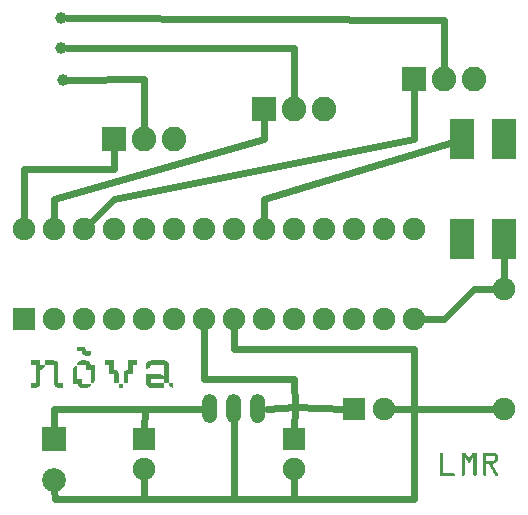
<source format=gtl>
G04 MADE WITH FRITZING*
G04 WWW.FRITZING.ORG*
G04 DOUBLE SIDED*
G04 HOLES PLATED*
G04 CONTOUR ON CENTER OF CONTOUR VECTOR*
%ASAXBY*%
%FSLAX23Y23*%
%MOIN*%
%OFA0B0*%
%SFA1.0B1.0*%
%ADD10C,0.075000*%
%ADD11C,0.039370*%
%ADD12C,0.042822*%
%ADD13C,0.079370*%
%ADD14C,0.082000*%
%ADD15R,0.014860X0.014860*%
%ADD16R,0.075000X0.075000*%
%ADD17R,0.079370X0.079370*%
%ADD18R,0.082000X0.082000*%
%ADD19R,0.078740X0.137795*%
%ADD20C,0.024000*%
%ADD21R,0.001000X0.001000*%
%LNCOPPER1*%
G90*
G70*
G54D10*
X1682Y774D03*
X1682Y374D03*
G54D11*
X211Y1471D03*
X206Y1577D03*
X206Y1677D03*
G54D12*
X702Y374D03*
X782Y374D03*
X862Y374D03*
G54D10*
X482Y274D03*
X482Y174D03*
X1182Y374D03*
X1282Y374D03*
X982Y274D03*
X982Y174D03*
G54D13*
X182Y274D03*
X182Y137D03*
G54D10*
X82Y674D03*
X82Y974D03*
X182Y674D03*
X182Y974D03*
X282Y674D03*
X282Y974D03*
X382Y674D03*
X382Y974D03*
X482Y674D03*
X482Y974D03*
X582Y674D03*
X582Y974D03*
X682Y674D03*
X682Y974D03*
X782Y674D03*
X782Y974D03*
X882Y674D03*
X882Y974D03*
X982Y674D03*
X982Y974D03*
X1082Y674D03*
X1082Y974D03*
X1182Y674D03*
X1182Y974D03*
X1282Y674D03*
X1282Y974D03*
X1382Y674D03*
X1382Y974D03*
G54D14*
X1382Y1474D03*
X1482Y1474D03*
X1582Y1474D03*
X882Y1374D03*
X982Y1374D03*
X1082Y1374D03*
X382Y1274D03*
X482Y1274D03*
X582Y1274D03*
G54D15*
X405Y451D03*
G54D16*
X482Y274D03*
X1182Y374D03*
X982Y274D03*
G54D17*
X182Y274D03*
G54D16*
X82Y674D03*
G54D18*
X1382Y1474D03*
X882Y1374D03*
X382Y1274D03*
G54D19*
X1682Y1274D03*
X1544Y1274D03*
X1544Y940D03*
X1682Y940D03*
G54D20*
X485Y374D02*
X182Y374D01*
D02*
X182Y374D02*
X182Y305D01*
D02*
X673Y374D02*
X485Y374D01*
D02*
X485Y374D02*
X483Y303D01*
D02*
X383Y1074D02*
X1384Y1274D01*
D02*
X183Y1074D02*
X883Y1274D01*
D02*
X83Y1174D02*
X383Y1174D01*
D02*
X383Y1174D02*
X383Y1242D01*
D02*
X883Y1274D02*
X883Y1342D01*
D02*
X1384Y1274D02*
X1384Y1374D01*
D02*
X1384Y1374D02*
X1383Y1442D01*
D02*
X303Y994D02*
X383Y1074D01*
D02*
X182Y1003D02*
X183Y1074D01*
D02*
X82Y1003D02*
X83Y1174D01*
D02*
X883Y1074D02*
X883Y1003D01*
D02*
X1511Y1264D02*
X883Y1074D01*
D02*
X1484Y674D02*
X1411Y674D01*
D02*
X1584Y774D02*
X1484Y674D01*
D02*
X1654Y774D02*
X1584Y774D01*
D02*
X1384Y374D02*
X1654Y374D01*
D02*
X1682Y876D02*
X1682Y803D01*
D02*
X986Y380D02*
X1154Y375D01*
D02*
X1384Y374D02*
X1311Y374D01*
D02*
X1384Y574D02*
X1384Y374D01*
D02*
X986Y380D02*
X984Y476D01*
D02*
X683Y474D02*
X682Y646D01*
D02*
X984Y476D02*
X683Y474D01*
D02*
X481Y1476D02*
X482Y1306D01*
D02*
X230Y1471D02*
X481Y1476D01*
D02*
X1481Y1672D02*
X1482Y1506D01*
D02*
X225Y1677D02*
X1481Y1672D01*
D02*
X984Y1577D02*
X982Y1406D01*
D02*
X225Y1577D02*
X984Y1577D01*
D02*
X783Y74D02*
X782Y345D01*
D02*
X481Y74D02*
X783Y74D01*
D02*
X783Y574D02*
X783Y646D01*
D02*
X1384Y574D02*
X783Y574D01*
D02*
X1384Y74D02*
X1384Y574D01*
D02*
X984Y74D02*
X1384Y74D01*
D02*
X481Y74D02*
X481Y74D01*
D02*
X783Y74D02*
X783Y74D01*
D02*
X783Y74D02*
X984Y74D01*
D02*
X481Y74D02*
X783Y74D01*
D02*
X481Y74D02*
X481Y74D01*
D02*
X185Y74D02*
X481Y74D01*
D02*
X183Y106D02*
X185Y74D01*
D02*
X984Y74D02*
X983Y146D01*
D02*
X986Y380D02*
X892Y376D01*
D02*
X983Y303D02*
X986Y380D01*
D02*
X481Y74D02*
X482Y146D01*
G54D21*
X260Y582D02*
X278Y582D01*
X260Y581D02*
X281Y581D01*
X260Y580D02*
X282Y580D01*
X260Y579D02*
X284Y579D01*
X260Y578D02*
X285Y578D01*
X260Y577D02*
X286Y577D01*
X260Y576D02*
X286Y576D01*
X260Y575D02*
X287Y575D01*
X260Y574D02*
X287Y574D01*
X260Y573D02*
X288Y573D01*
X260Y572D02*
X288Y572D01*
X260Y571D02*
X289Y571D01*
X260Y570D02*
X289Y570D01*
X260Y569D02*
X289Y569D01*
X260Y568D02*
X289Y568D01*
X260Y567D02*
X304Y567D01*
X275Y566D02*
X304Y566D01*
X275Y565D02*
X304Y565D01*
X275Y564D02*
X304Y564D01*
X276Y563D02*
X304Y563D01*
X276Y562D02*
X304Y562D01*
X276Y561D02*
X304Y561D01*
X277Y560D02*
X304Y560D01*
X277Y559D02*
X304Y559D01*
X278Y558D02*
X304Y558D01*
X279Y557D02*
X304Y557D01*
X280Y556D02*
X304Y556D01*
X281Y555D02*
X304Y555D01*
X283Y554D02*
X304Y554D01*
X287Y553D02*
X303Y553D01*
X107Y536D02*
X136Y536D01*
X153Y536D02*
X183Y536D01*
X274Y536D02*
X290Y536D01*
X354Y536D02*
X383Y536D01*
X430Y536D02*
X459Y536D01*
X505Y536D02*
X552Y536D01*
X107Y535D02*
X136Y535D01*
X152Y535D02*
X187Y535D01*
X270Y535D02*
X294Y535D01*
X353Y535D02*
X383Y535D01*
X430Y535D02*
X459Y535D01*
X500Y535D02*
X556Y535D01*
X107Y534D02*
X136Y534D01*
X152Y534D02*
X189Y534D01*
X268Y534D02*
X296Y534D01*
X353Y534D02*
X383Y534D01*
X430Y534D02*
X459Y534D01*
X499Y534D02*
X558Y534D01*
X107Y533D02*
X136Y533D01*
X152Y533D02*
X191Y533D01*
X266Y533D02*
X298Y533D01*
X353Y533D02*
X383Y533D01*
X430Y533D02*
X459Y533D01*
X497Y533D02*
X560Y533D01*
X107Y532D02*
X136Y532D01*
X152Y532D02*
X192Y532D01*
X265Y532D02*
X299Y532D01*
X353Y532D02*
X383Y532D01*
X430Y532D02*
X459Y532D01*
X496Y532D02*
X561Y532D01*
X107Y531D02*
X136Y531D01*
X152Y531D02*
X193Y531D01*
X264Y531D02*
X300Y531D01*
X353Y531D02*
X383Y531D01*
X430Y531D02*
X459Y531D01*
X495Y531D02*
X562Y531D01*
X107Y530D02*
X136Y530D01*
X152Y530D02*
X194Y530D01*
X263Y530D02*
X301Y530D01*
X353Y530D02*
X383Y530D01*
X430Y530D02*
X459Y530D01*
X494Y530D02*
X562Y530D01*
X107Y529D02*
X136Y529D01*
X152Y529D02*
X195Y529D01*
X263Y529D02*
X301Y529D01*
X353Y529D02*
X383Y529D01*
X430Y529D02*
X459Y529D01*
X493Y529D02*
X563Y529D01*
X107Y528D02*
X136Y528D01*
X152Y528D02*
X195Y528D01*
X262Y528D02*
X302Y528D01*
X353Y528D02*
X383Y528D01*
X430Y528D02*
X459Y528D01*
X492Y528D02*
X564Y528D01*
X107Y527D02*
X136Y527D01*
X152Y527D02*
X196Y527D01*
X262Y527D02*
X303Y527D01*
X353Y527D02*
X383Y527D01*
X430Y527D02*
X459Y527D01*
X492Y527D02*
X564Y527D01*
X107Y526D02*
X136Y526D01*
X152Y526D02*
X196Y526D01*
X261Y526D02*
X303Y526D01*
X353Y526D02*
X383Y526D01*
X430Y526D02*
X459Y526D01*
X491Y526D02*
X564Y526D01*
X107Y525D02*
X136Y525D01*
X152Y525D02*
X196Y525D01*
X261Y525D02*
X303Y525D01*
X353Y525D02*
X383Y525D01*
X430Y525D02*
X459Y525D01*
X491Y525D02*
X565Y525D01*
X107Y524D02*
X136Y524D01*
X152Y524D02*
X197Y524D01*
X261Y524D02*
X304Y524D01*
X353Y524D02*
X383Y524D01*
X430Y524D02*
X459Y524D01*
X491Y524D02*
X565Y524D01*
X107Y523D02*
X136Y523D01*
X152Y523D02*
X197Y523D01*
X260Y523D02*
X304Y523D01*
X353Y523D02*
X383Y523D01*
X430Y523D02*
X459Y523D01*
X490Y523D02*
X565Y523D01*
X107Y522D02*
X136Y522D01*
X152Y522D02*
X197Y522D01*
X260Y522D02*
X304Y522D01*
X353Y522D02*
X383Y522D01*
X430Y522D02*
X459Y522D01*
X490Y522D02*
X565Y522D01*
X121Y521D02*
X151Y521D01*
X184Y521D02*
X197Y521D01*
X291Y521D02*
X319Y521D01*
X368Y521D02*
X383Y521D01*
X430Y521D02*
X445Y521D01*
X490Y521D02*
X504Y521D01*
X550Y521D02*
X565Y521D01*
X122Y520D02*
X151Y520D01*
X184Y520D02*
X197Y520D01*
X291Y520D02*
X319Y520D01*
X368Y520D02*
X383Y520D01*
X430Y520D02*
X444Y520D01*
X490Y520D02*
X504Y520D01*
X550Y520D02*
X565Y520D01*
X122Y519D02*
X151Y519D01*
X184Y519D02*
X197Y519D01*
X259Y519D02*
X260Y519D01*
X291Y519D02*
X319Y519D01*
X368Y519D02*
X383Y519D01*
X430Y519D02*
X444Y519D01*
X490Y519D02*
X504Y519D01*
X550Y519D02*
X565Y519D01*
X122Y518D02*
X151Y518D01*
X184Y518D02*
X197Y518D01*
X255Y518D02*
X260Y518D01*
X291Y518D02*
X319Y518D01*
X368Y518D02*
X383Y518D01*
X430Y518D02*
X444Y518D01*
X490Y518D02*
X503Y518D01*
X550Y518D02*
X565Y518D01*
X122Y517D02*
X151Y517D01*
X184Y517D02*
X197Y517D01*
X254Y517D02*
X260Y517D01*
X291Y517D02*
X319Y517D01*
X368Y517D02*
X383Y517D01*
X430Y517D02*
X444Y517D01*
X490Y517D02*
X503Y517D01*
X550Y517D02*
X565Y517D01*
X122Y516D02*
X151Y516D01*
X184Y516D02*
X197Y516D01*
X252Y516D02*
X260Y516D01*
X291Y516D02*
X319Y516D01*
X368Y516D02*
X383Y516D01*
X430Y516D02*
X444Y516D01*
X490Y516D02*
X503Y516D01*
X550Y516D02*
X565Y516D01*
X122Y515D02*
X151Y515D01*
X184Y515D02*
X197Y515D01*
X251Y515D02*
X260Y515D01*
X291Y515D02*
X319Y515D01*
X368Y515D02*
X383Y515D01*
X430Y515D02*
X444Y515D01*
X490Y515D02*
X502Y515D01*
X550Y515D02*
X565Y515D01*
X122Y514D02*
X150Y514D01*
X184Y514D02*
X197Y514D01*
X250Y514D02*
X260Y514D01*
X291Y514D02*
X319Y514D01*
X368Y514D02*
X383Y514D01*
X430Y514D02*
X444Y514D01*
X490Y514D02*
X502Y514D01*
X550Y514D02*
X565Y514D01*
X122Y513D02*
X150Y513D01*
X184Y513D02*
X197Y513D01*
X249Y513D02*
X260Y513D01*
X291Y513D02*
X319Y513D01*
X368Y513D02*
X383Y513D01*
X430Y513D02*
X444Y513D01*
X490Y513D02*
X501Y513D01*
X550Y513D02*
X565Y513D01*
X122Y512D02*
X149Y512D01*
X184Y512D02*
X197Y512D01*
X249Y512D02*
X260Y512D01*
X291Y512D02*
X319Y512D01*
X368Y512D02*
X383Y512D01*
X430Y512D02*
X444Y512D01*
X490Y512D02*
X500Y512D01*
X550Y512D02*
X565Y512D01*
X122Y511D02*
X148Y511D01*
X184Y511D02*
X197Y511D01*
X248Y511D02*
X260Y511D01*
X291Y511D02*
X319Y511D01*
X368Y511D02*
X383Y511D01*
X430Y511D02*
X444Y511D01*
X490Y511D02*
X499Y511D01*
X550Y511D02*
X565Y511D01*
X122Y510D02*
X148Y510D01*
X184Y510D02*
X197Y510D01*
X248Y510D02*
X260Y510D01*
X291Y510D02*
X319Y510D01*
X368Y510D02*
X383Y510D01*
X430Y510D02*
X444Y510D01*
X490Y510D02*
X498Y510D01*
X550Y510D02*
X565Y510D01*
X122Y509D02*
X146Y509D01*
X184Y509D02*
X197Y509D01*
X247Y509D02*
X260Y509D01*
X291Y509D02*
X319Y509D01*
X368Y509D02*
X383Y509D01*
X430Y509D02*
X444Y509D01*
X490Y509D02*
X497Y509D01*
X550Y509D02*
X565Y509D01*
X122Y508D02*
X145Y508D01*
X184Y508D02*
X197Y508D01*
X247Y508D02*
X260Y508D01*
X291Y508D02*
X319Y508D01*
X368Y508D02*
X383Y508D01*
X430Y508D02*
X444Y508D01*
X490Y508D02*
X495Y508D01*
X550Y508D02*
X565Y508D01*
X122Y507D02*
X143Y507D01*
X184Y507D02*
X197Y507D01*
X247Y507D02*
X260Y507D01*
X291Y507D02*
X319Y507D01*
X368Y507D02*
X383Y507D01*
X430Y507D02*
X444Y507D01*
X490Y507D02*
X493Y507D01*
X550Y507D02*
X565Y507D01*
X122Y506D02*
X141Y506D01*
X184Y506D02*
X197Y506D01*
X247Y506D02*
X260Y506D01*
X291Y506D02*
X319Y506D01*
X368Y506D02*
X383Y506D01*
X430Y506D02*
X444Y506D01*
X550Y506D02*
X565Y506D01*
X122Y505D02*
X136Y505D01*
X184Y505D02*
X197Y505D01*
X246Y505D02*
X260Y505D01*
X306Y505D02*
X319Y505D01*
X368Y505D02*
X386Y505D01*
X426Y505D02*
X444Y505D01*
X550Y505D02*
X565Y505D01*
X122Y504D02*
X136Y504D01*
X184Y504D02*
X197Y504D01*
X246Y504D02*
X260Y504D01*
X306Y504D02*
X319Y504D01*
X368Y504D02*
X389Y504D01*
X424Y504D02*
X444Y504D01*
X550Y504D02*
X565Y504D01*
X122Y503D02*
X136Y503D01*
X184Y503D02*
X197Y503D01*
X246Y503D02*
X260Y503D01*
X306Y503D02*
X319Y503D01*
X368Y503D02*
X391Y503D01*
X422Y503D02*
X444Y503D01*
X550Y503D02*
X565Y503D01*
X122Y502D02*
X136Y502D01*
X184Y502D02*
X197Y502D01*
X246Y502D02*
X260Y502D01*
X306Y502D02*
X319Y502D01*
X368Y502D02*
X392Y502D01*
X420Y502D02*
X444Y502D01*
X550Y502D02*
X565Y502D01*
X122Y501D02*
X136Y501D01*
X184Y501D02*
X197Y501D01*
X246Y501D02*
X260Y501D01*
X306Y501D02*
X319Y501D01*
X368Y501D02*
X393Y501D01*
X419Y501D02*
X444Y501D01*
X550Y501D02*
X565Y501D01*
X122Y500D02*
X136Y500D01*
X184Y500D02*
X197Y500D01*
X246Y500D02*
X260Y500D01*
X306Y500D02*
X319Y500D01*
X368Y500D02*
X394Y500D01*
X418Y500D02*
X444Y500D01*
X550Y500D02*
X565Y500D01*
X122Y499D02*
X136Y499D01*
X184Y499D02*
X197Y499D01*
X246Y499D02*
X260Y499D01*
X306Y499D02*
X319Y499D01*
X368Y499D02*
X395Y499D01*
X418Y499D02*
X444Y499D01*
X550Y499D02*
X565Y499D01*
X122Y498D02*
X136Y498D01*
X184Y498D02*
X197Y498D01*
X246Y498D02*
X260Y498D01*
X306Y498D02*
X319Y498D01*
X368Y498D02*
X396Y498D01*
X417Y498D02*
X444Y498D01*
X550Y498D02*
X565Y498D01*
X122Y497D02*
X136Y497D01*
X184Y497D02*
X197Y497D01*
X246Y497D02*
X260Y497D01*
X306Y497D02*
X319Y497D01*
X368Y497D02*
X396Y497D01*
X416Y497D02*
X444Y497D01*
X550Y497D02*
X565Y497D01*
X122Y496D02*
X136Y496D01*
X184Y496D02*
X197Y496D01*
X246Y496D02*
X260Y496D01*
X306Y496D02*
X319Y496D01*
X368Y496D02*
X397Y496D01*
X416Y496D02*
X444Y496D01*
X550Y496D02*
X565Y496D01*
X122Y495D02*
X136Y495D01*
X184Y495D02*
X197Y495D01*
X246Y495D02*
X260Y495D01*
X306Y495D02*
X319Y495D01*
X368Y495D02*
X397Y495D01*
X416Y495D02*
X444Y495D01*
X550Y495D02*
X565Y495D01*
X122Y494D02*
X136Y494D01*
X184Y494D02*
X197Y494D01*
X246Y494D02*
X260Y494D01*
X306Y494D02*
X319Y494D01*
X368Y494D02*
X397Y494D01*
X415Y494D02*
X444Y494D01*
X550Y494D02*
X565Y494D01*
X122Y493D02*
X136Y493D01*
X184Y493D02*
X197Y493D01*
X246Y493D02*
X260Y493D01*
X306Y493D02*
X319Y493D01*
X368Y493D02*
X398Y493D01*
X415Y493D02*
X444Y493D01*
X550Y493D02*
X565Y493D01*
X122Y492D02*
X136Y492D01*
X184Y492D02*
X197Y492D01*
X246Y492D02*
X260Y492D01*
X306Y492D02*
X319Y492D01*
X368Y492D02*
X398Y492D01*
X415Y492D02*
X444Y492D01*
X550Y492D02*
X565Y492D01*
X122Y491D02*
X136Y491D01*
X184Y491D02*
X197Y491D01*
X246Y491D02*
X260Y491D01*
X306Y491D02*
X319Y491D01*
X368Y491D02*
X398Y491D01*
X415Y491D02*
X443Y491D01*
X550Y491D02*
X565Y491D01*
X122Y490D02*
X136Y490D01*
X184Y490D02*
X197Y490D01*
X246Y490D02*
X260Y490D01*
X306Y490D02*
X319Y490D01*
X383Y490D02*
X398Y490D01*
X415Y490D02*
X429Y490D01*
X550Y490D02*
X565Y490D01*
X122Y489D02*
X136Y489D01*
X184Y489D02*
X197Y489D01*
X246Y489D02*
X260Y489D01*
X306Y489D02*
X319Y489D01*
X383Y489D02*
X398Y489D01*
X415Y489D02*
X429Y489D01*
X491Y489D02*
X539Y489D01*
X550Y489D02*
X565Y489D01*
X122Y488D02*
X136Y488D01*
X184Y488D02*
X197Y488D01*
X246Y488D02*
X260Y488D01*
X306Y488D02*
X319Y488D01*
X383Y488D02*
X398Y488D01*
X415Y488D02*
X429Y488D01*
X491Y488D02*
X542Y488D01*
X550Y488D02*
X565Y488D01*
X122Y487D02*
X136Y487D01*
X184Y487D02*
X197Y487D01*
X246Y487D02*
X260Y487D01*
X306Y487D02*
X319Y487D01*
X383Y487D02*
X398Y487D01*
X415Y487D02*
X429Y487D01*
X491Y487D02*
X544Y487D01*
X550Y487D02*
X565Y487D01*
X122Y486D02*
X136Y486D01*
X184Y486D02*
X197Y486D01*
X246Y486D02*
X260Y486D01*
X306Y486D02*
X319Y486D01*
X383Y486D02*
X398Y486D01*
X415Y486D02*
X429Y486D01*
X491Y486D02*
X545Y486D01*
X550Y486D02*
X565Y486D01*
X122Y485D02*
X136Y485D01*
X184Y485D02*
X197Y485D01*
X246Y485D02*
X260Y485D01*
X306Y485D02*
X319Y485D01*
X383Y485D02*
X398Y485D01*
X415Y485D02*
X429Y485D01*
X491Y485D02*
X546Y485D01*
X550Y485D02*
X565Y485D01*
X122Y484D02*
X136Y484D01*
X184Y484D02*
X197Y484D01*
X246Y484D02*
X260Y484D01*
X306Y484D02*
X319Y484D01*
X383Y484D02*
X398Y484D01*
X415Y484D02*
X429Y484D01*
X491Y484D02*
X547Y484D01*
X550Y484D02*
X565Y484D01*
X122Y483D02*
X136Y483D01*
X184Y483D02*
X197Y483D01*
X246Y483D02*
X260Y483D01*
X306Y483D02*
X319Y483D01*
X383Y483D02*
X398Y483D01*
X415Y483D02*
X429Y483D01*
X491Y483D02*
X548Y483D01*
X550Y483D02*
X565Y483D01*
X122Y482D02*
X136Y482D01*
X184Y482D02*
X197Y482D01*
X246Y482D02*
X260Y482D01*
X306Y482D02*
X319Y482D01*
X383Y482D02*
X398Y482D01*
X415Y482D02*
X429Y482D01*
X491Y482D02*
X548Y482D01*
X550Y482D02*
X565Y482D01*
X122Y481D02*
X136Y481D01*
X184Y481D02*
X197Y481D01*
X246Y481D02*
X260Y481D01*
X306Y481D02*
X319Y481D01*
X383Y481D02*
X398Y481D01*
X415Y481D02*
X429Y481D01*
X491Y481D02*
X565Y481D01*
X122Y480D02*
X136Y480D01*
X184Y480D02*
X197Y480D01*
X246Y480D02*
X260Y480D01*
X306Y480D02*
X319Y480D01*
X383Y480D02*
X398Y480D01*
X415Y480D02*
X429Y480D01*
X491Y480D02*
X565Y480D01*
X122Y479D02*
X136Y479D01*
X184Y479D02*
X197Y479D01*
X246Y479D02*
X260Y479D01*
X306Y479D02*
X319Y479D01*
X383Y479D02*
X398Y479D01*
X415Y479D02*
X429Y479D01*
X491Y479D02*
X565Y479D01*
X122Y478D02*
X136Y478D01*
X184Y478D02*
X197Y478D01*
X246Y478D02*
X260Y478D01*
X306Y478D02*
X319Y478D01*
X383Y478D02*
X398Y478D01*
X415Y478D02*
X429Y478D01*
X491Y478D02*
X565Y478D01*
X122Y477D02*
X136Y477D01*
X184Y477D02*
X197Y477D01*
X246Y477D02*
X260Y477D01*
X306Y477D02*
X319Y477D01*
X383Y477D02*
X398Y477D01*
X415Y477D02*
X429Y477D01*
X491Y477D02*
X565Y477D01*
X122Y476D02*
X136Y476D01*
X184Y476D02*
X197Y476D01*
X246Y476D02*
X260Y476D01*
X306Y476D02*
X319Y476D01*
X383Y476D02*
X398Y476D01*
X415Y476D02*
X429Y476D01*
X491Y476D02*
X565Y476D01*
X122Y475D02*
X136Y475D01*
X184Y475D02*
X197Y475D01*
X246Y475D02*
X260Y475D01*
X306Y475D02*
X319Y475D01*
X383Y475D02*
X398Y475D01*
X415Y475D02*
X429Y475D01*
X491Y475D02*
X565Y475D01*
X122Y474D02*
X136Y474D01*
X184Y474D02*
X197Y474D01*
X246Y474D02*
X260Y474D01*
X306Y474D02*
X319Y474D01*
X383Y474D02*
X398Y474D01*
X415Y474D02*
X429Y474D01*
X491Y474D02*
X505Y474D01*
X550Y474D02*
X565Y474D01*
X122Y473D02*
X136Y473D01*
X184Y473D02*
X197Y473D01*
X246Y473D02*
X275Y473D01*
X306Y473D02*
X319Y473D01*
X383Y473D02*
X398Y473D01*
X415Y473D02*
X429Y473D01*
X491Y473D02*
X505Y473D01*
X550Y473D02*
X565Y473D01*
X122Y472D02*
X136Y472D01*
X184Y472D02*
X197Y472D01*
X246Y472D02*
X275Y472D01*
X306Y472D02*
X319Y472D01*
X383Y472D02*
X398Y472D01*
X415Y472D02*
X429Y472D01*
X491Y472D02*
X505Y472D01*
X550Y472D02*
X565Y472D01*
X122Y471D02*
X136Y471D01*
X184Y471D02*
X197Y471D01*
X246Y471D02*
X275Y471D01*
X306Y471D02*
X319Y471D01*
X383Y471D02*
X398Y471D01*
X415Y471D02*
X429Y471D01*
X491Y471D02*
X505Y471D01*
X550Y471D02*
X565Y471D01*
X122Y470D02*
X136Y470D01*
X184Y470D02*
X197Y470D01*
X246Y470D02*
X275Y470D01*
X306Y470D02*
X319Y470D01*
X383Y470D02*
X398Y470D01*
X415Y470D02*
X429Y470D01*
X491Y470D02*
X505Y470D01*
X550Y470D02*
X565Y470D01*
X122Y469D02*
X136Y469D01*
X184Y469D02*
X197Y469D01*
X246Y469D02*
X275Y469D01*
X306Y469D02*
X318Y469D01*
X383Y469D02*
X398Y469D01*
X415Y469D02*
X429Y469D01*
X491Y469D02*
X505Y469D01*
X550Y469D02*
X565Y469D01*
X122Y468D02*
X136Y468D01*
X184Y468D02*
X197Y468D01*
X246Y468D02*
X275Y468D01*
X306Y468D02*
X318Y468D01*
X383Y468D02*
X398Y468D01*
X415Y468D02*
X429Y468D01*
X491Y468D02*
X505Y468D01*
X550Y468D02*
X565Y468D01*
X122Y467D02*
X136Y467D01*
X184Y467D02*
X197Y467D01*
X246Y467D02*
X275Y467D01*
X306Y467D02*
X318Y467D01*
X383Y467D02*
X398Y467D01*
X415Y467D02*
X429Y467D01*
X491Y467D02*
X505Y467D01*
X550Y467D02*
X565Y467D01*
X122Y466D02*
X136Y466D01*
X184Y466D02*
X197Y466D01*
X246Y466D02*
X275Y466D01*
X306Y466D02*
X317Y466D01*
X383Y466D02*
X398Y466D01*
X415Y466D02*
X429Y466D01*
X491Y466D02*
X505Y466D01*
X550Y466D02*
X565Y466D01*
X122Y465D02*
X136Y465D01*
X184Y465D02*
X197Y465D01*
X246Y465D02*
X275Y465D01*
X306Y465D02*
X316Y465D01*
X383Y465D02*
X398Y465D01*
X415Y465D02*
X429Y465D01*
X491Y465D02*
X505Y465D01*
X550Y465D02*
X565Y465D01*
X122Y464D02*
X136Y464D01*
X184Y464D02*
X197Y464D01*
X246Y464D02*
X275Y464D01*
X306Y464D02*
X315Y464D01*
X383Y464D02*
X398Y464D01*
X415Y464D02*
X429Y464D01*
X491Y464D02*
X505Y464D01*
X550Y464D02*
X565Y464D01*
X122Y463D02*
X136Y463D01*
X184Y463D02*
X197Y463D01*
X246Y463D02*
X275Y463D01*
X306Y463D02*
X314Y463D01*
X383Y463D02*
X398Y463D01*
X415Y463D02*
X429Y463D01*
X491Y463D02*
X505Y463D01*
X550Y463D02*
X565Y463D01*
X122Y462D02*
X136Y462D01*
X184Y462D02*
X197Y462D01*
X246Y462D02*
X275Y462D01*
X306Y462D02*
X313Y462D01*
X383Y462D02*
X398Y462D01*
X415Y462D02*
X429Y462D01*
X491Y462D02*
X505Y462D01*
X550Y462D02*
X565Y462D01*
X122Y461D02*
X136Y461D01*
X184Y461D02*
X197Y461D01*
X246Y461D02*
X275Y461D01*
X306Y461D02*
X311Y461D01*
X383Y461D02*
X398Y461D01*
X415Y461D02*
X429Y461D01*
X491Y461D02*
X505Y461D01*
X550Y461D02*
X565Y461D01*
X121Y460D02*
X136Y460D01*
X184Y460D02*
X197Y460D01*
X246Y460D02*
X275Y460D01*
X306Y460D02*
X306Y460D01*
X383Y460D02*
X398Y460D01*
X415Y460D02*
X428Y460D01*
X491Y460D02*
X505Y460D01*
X551Y460D02*
X565Y460D01*
X107Y459D02*
X136Y459D01*
X184Y459D02*
X212Y459D01*
X247Y459D02*
X275Y459D01*
X491Y459D02*
X550Y459D01*
X566Y459D02*
X580Y459D01*
X107Y458D02*
X136Y458D01*
X184Y458D02*
X212Y458D01*
X261Y458D02*
X306Y458D01*
X491Y458D02*
X550Y458D01*
X566Y458D02*
X580Y458D01*
X107Y457D02*
X136Y457D01*
X184Y457D02*
X212Y457D01*
X261Y457D02*
X305Y457D01*
X491Y457D02*
X550Y457D01*
X567Y457D02*
X580Y457D01*
X107Y456D02*
X136Y456D01*
X184Y456D02*
X212Y456D01*
X262Y456D02*
X305Y456D01*
X491Y456D02*
X550Y456D01*
X567Y456D02*
X580Y456D01*
X107Y455D02*
X136Y455D01*
X185Y455D02*
X212Y455D01*
X262Y455D02*
X305Y455D01*
X492Y455D02*
X550Y455D01*
X567Y455D02*
X580Y455D01*
X107Y454D02*
X135Y454D01*
X185Y454D02*
X212Y454D01*
X262Y454D02*
X304Y454D01*
X492Y454D02*
X550Y454D01*
X568Y454D02*
X580Y454D01*
X107Y453D02*
X135Y453D01*
X185Y453D02*
X212Y453D01*
X263Y453D02*
X304Y453D01*
X492Y453D02*
X550Y453D01*
X568Y453D02*
X580Y453D01*
X107Y452D02*
X134Y452D01*
X186Y452D02*
X212Y452D01*
X263Y452D02*
X303Y452D01*
X493Y452D02*
X550Y452D01*
X569Y452D02*
X580Y452D01*
X107Y451D02*
X133Y451D01*
X186Y451D02*
X212Y451D01*
X264Y451D02*
X303Y451D01*
X493Y451D02*
X550Y451D01*
X569Y451D02*
X580Y451D01*
X107Y450D02*
X132Y450D01*
X187Y450D02*
X212Y450D01*
X264Y450D02*
X302Y450D01*
X494Y450D02*
X550Y450D01*
X570Y450D02*
X580Y450D01*
X107Y449D02*
X131Y449D01*
X188Y449D02*
X212Y449D01*
X265Y449D02*
X301Y449D01*
X495Y449D02*
X550Y449D01*
X571Y449D02*
X580Y449D01*
X107Y448D02*
X130Y448D01*
X189Y448D02*
X212Y448D01*
X266Y448D02*
X300Y448D01*
X496Y448D02*
X550Y448D01*
X572Y448D02*
X580Y448D01*
X107Y447D02*
X129Y447D01*
X190Y447D02*
X212Y447D01*
X267Y447D02*
X299Y447D01*
X497Y447D02*
X550Y447D01*
X574Y447D02*
X580Y447D01*
X107Y446D02*
X127Y446D01*
X192Y446D02*
X212Y446D01*
X269Y446D02*
X297Y446D01*
X499Y446D02*
X550Y446D01*
X576Y446D02*
X580Y446D01*
X107Y445D02*
X121Y445D01*
X194Y445D02*
X211Y445D01*
X271Y445D02*
X295Y445D01*
X501Y445D02*
X550Y445D01*
X697Y423D02*
X706Y423D01*
X777Y423D02*
X786Y423D01*
X856Y423D02*
X866Y423D01*
X693Y422D02*
X710Y422D01*
X773Y422D02*
X790Y422D01*
X853Y422D02*
X870Y422D01*
X691Y421D02*
X712Y421D01*
X771Y421D02*
X792Y421D01*
X851Y421D02*
X872Y421D01*
X689Y420D02*
X714Y420D01*
X769Y420D02*
X794Y420D01*
X849Y420D02*
X873Y420D01*
X688Y419D02*
X715Y419D01*
X768Y419D02*
X795Y419D01*
X848Y419D02*
X875Y419D01*
X687Y418D02*
X716Y418D01*
X767Y418D02*
X796Y418D01*
X847Y418D02*
X876Y418D01*
X685Y417D02*
X717Y417D01*
X765Y417D02*
X797Y417D01*
X845Y417D02*
X877Y417D01*
X684Y416D02*
X718Y416D01*
X764Y416D02*
X798Y416D01*
X844Y416D02*
X878Y416D01*
X684Y415D02*
X719Y415D01*
X764Y415D02*
X799Y415D01*
X844Y415D02*
X879Y415D01*
X683Y414D02*
X720Y414D01*
X763Y414D02*
X800Y414D01*
X843Y414D02*
X880Y414D01*
X682Y413D02*
X721Y413D01*
X762Y413D02*
X801Y413D01*
X842Y413D02*
X881Y413D01*
X681Y412D02*
X721Y412D01*
X761Y412D02*
X801Y412D01*
X841Y412D02*
X881Y412D01*
X681Y411D02*
X722Y411D01*
X761Y411D02*
X802Y411D01*
X841Y411D02*
X882Y411D01*
X680Y410D02*
X723Y410D01*
X760Y410D02*
X802Y410D01*
X840Y410D02*
X882Y410D01*
X680Y409D02*
X723Y409D01*
X760Y409D02*
X803Y409D01*
X840Y409D02*
X883Y409D01*
X680Y408D02*
X723Y408D01*
X759Y408D02*
X803Y408D01*
X839Y408D02*
X883Y408D01*
X679Y407D02*
X724Y407D01*
X759Y407D02*
X804Y407D01*
X839Y407D02*
X884Y407D01*
X679Y406D02*
X724Y406D01*
X759Y406D02*
X804Y406D01*
X839Y406D02*
X884Y406D01*
X679Y405D02*
X724Y405D01*
X759Y405D02*
X804Y405D01*
X839Y405D02*
X884Y405D01*
X678Y404D02*
X725Y404D01*
X758Y404D02*
X804Y404D01*
X838Y404D02*
X884Y404D01*
X678Y403D02*
X725Y403D01*
X758Y403D02*
X805Y403D01*
X838Y403D02*
X885Y403D01*
X678Y402D02*
X725Y402D01*
X758Y402D02*
X805Y402D01*
X838Y402D02*
X885Y402D01*
X678Y401D02*
X725Y401D01*
X758Y401D02*
X805Y401D01*
X838Y401D02*
X885Y401D01*
X678Y400D02*
X725Y400D01*
X758Y400D02*
X805Y400D01*
X838Y400D02*
X885Y400D01*
X678Y399D02*
X725Y399D01*
X758Y399D02*
X805Y399D01*
X838Y399D02*
X885Y399D01*
X678Y398D02*
X725Y398D01*
X758Y398D02*
X805Y398D01*
X838Y398D02*
X885Y398D01*
X678Y397D02*
X725Y397D01*
X758Y397D02*
X805Y397D01*
X838Y397D02*
X885Y397D01*
X678Y396D02*
X725Y396D01*
X758Y396D02*
X805Y396D01*
X838Y396D02*
X885Y396D01*
X678Y395D02*
X725Y395D01*
X758Y395D02*
X805Y395D01*
X838Y395D02*
X885Y395D01*
X678Y394D02*
X725Y394D01*
X758Y394D02*
X805Y394D01*
X838Y394D02*
X885Y394D01*
X678Y393D02*
X725Y393D01*
X758Y393D02*
X805Y393D01*
X838Y393D02*
X885Y393D01*
X678Y392D02*
X725Y392D01*
X758Y392D02*
X805Y392D01*
X838Y392D02*
X885Y392D01*
X678Y391D02*
X697Y391D01*
X706Y391D02*
X725Y391D01*
X758Y391D02*
X777Y391D01*
X786Y391D02*
X805Y391D01*
X838Y391D02*
X857Y391D01*
X866Y391D02*
X885Y391D01*
X678Y390D02*
X694Y390D01*
X709Y390D02*
X725Y390D01*
X758Y390D02*
X774Y390D01*
X789Y390D02*
X805Y390D01*
X838Y390D02*
X854Y390D01*
X869Y390D02*
X885Y390D01*
X678Y389D02*
X692Y389D01*
X711Y389D02*
X725Y389D01*
X758Y389D02*
X772Y389D01*
X791Y389D02*
X805Y389D01*
X838Y389D02*
X852Y389D01*
X871Y389D02*
X885Y389D01*
X678Y388D02*
X691Y388D01*
X712Y388D02*
X725Y388D01*
X758Y388D02*
X771Y388D01*
X792Y388D02*
X805Y388D01*
X838Y388D02*
X851Y388D01*
X872Y388D02*
X885Y388D01*
X678Y387D02*
X690Y387D01*
X713Y387D02*
X725Y387D01*
X758Y387D02*
X770Y387D01*
X793Y387D02*
X805Y387D01*
X838Y387D02*
X850Y387D01*
X873Y387D02*
X885Y387D01*
X678Y386D02*
X689Y386D01*
X714Y386D02*
X725Y386D01*
X758Y386D02*
X769Y386D01*
X794Y386D02*
X805Y386D01*
X838Y386D02*
X849Y386D01*
X874Y386D02*
X885Y386D01*
X678Y385D02*
X688Y385D01*
X715Y385D02*
X725Y385D01*
X758Y385D02*
X768Y385D01*
X795Y385D02*
X805Y385D01*
X838Y385D02*
X848Y385D01*
X875Y385D02*
X885Y385D01*
X678Y384D02*
X687Y384D01*
X716Y384D02*
X725Y384D01*
X758Y384D02*
X767Y384D01*
X796Y384D02*
X805Y384D01*
X838Y384D02*
X847Y384D01*
X875Y384D02*
X885Y384D01*
X678Y383D02*
X687Y383D01*
X716Y383D02*
X725Y383D01*
X758Y383D02*
X767Y383D01*
X796Y383D02*
X805Y383D01*
X838Y383D02*
X847Y383D01*
X876Y383D02*
X885Y383D01*
X678Y382D02*
X686Y382D01*
X717Y382D02*
X725Y382D01*
X758Y382D02*
X766Y382D01*
X797Y382D02*
X805Y382D01*
X838Y382D02*
X846Y382D01*
X877Y382D02*
X885Y382D01*
X678Y381D02*
X686Y381D01*
X717Y381D02*
X725Y381D01*
X758Y381D02*
X766Y381D01*
X797Y381D02*
X805Y381D01*
X838Y381D02*
X846Y381D01*
X877Y381D02*
X885Y381D01*
X678Y380D02*
X686Y380D01*
X717Y380D02*
X725Y380D01*
X758Y380D02*
X766Y380D01*
X797Y380D02*
X805Y380D01*
X838Y380D02*
X846Y380D01*
X877Y380D02*
X885Y380D01*
X678Y379D02*
X685Y379D01*
X718Y379D02*
X725Y379D01*
X758Y379D02*
X765Y379D01*
X798Y379D02*
X805Y379D01*
X838Y379D02*
X845Y379D01*
X877Y379D02*
X885Y379D01*
X678Y378D02*
X685Y378D01*
X718Y378D02*
X725Y378D01*
X758Y378D02*
X765Y378D01*
X798Y378D02*
X805Y378D01*
X838Y378D02*
X845Y378D01*
X878Y378D02*
X885Y378D01*
X678Y377D02*
X685Y377D01*
X718Y377D02*
X725Y377D01*
X758Y377D02*
X765Y377D01*
X798Y377D02*
X805Y377D01*
X838Y377D02*
X845Y377D01*
X878Y377D02*
X885Y377D01*
X678Y376D02*
X685Y376D01*
X718Y376D02*
X725Y376D01*
X758Y376D02*
X765Y376D01*
X798Y376D02*
X805Y376D01*
X838Y376D02*
X845Y376D01*
X878Y376D02*
X885Y376D01*
X678Y375D02*
X685Y375D01*
X718Y375D02*
X725Y375D01*
X758Y375D02*
X765Y375D01*
X798Y375D02*
X805Y375D01*
X838Y375D02*
X845Y375D01*
X878Y375D02*
X885Y375D01*
X678Y374D02*
X685Y374D01*
X718Y374D02*
X725Y374D01*
X758Y374D02*
X765Y374D01*
X798Y374D02*
X805Y374D01*
X838Y374D02*
X845Y374D01*
X878Y374D02*
X885Y374D01*
X678Y373D02*
X685Y373D01*
X718Y373D02*
X725Y373D01*
X758Y373D02*
X765Y373D01*
X798Y373D02*
X805Y373D01*
X838Y373D02*
X845Y373D01*
X878Y373D02*
X885Y373D01*
X678Y372D02*
X685Y372D01*
X717Y372D02*
X725Y372D01*
X758Y372D02*
X765Y372D01*
X797Y372D02*
X805Y372D01*
X838Y372D02*
X845Y372D01*
X877Y372D02*
X885Y372D01*
X678Y371D02*
X686Y371D01*
X717Y371D02*
X725Y371D01*
X758Y371D02*
X766Y371D01*
X797Y371D02*
X805Y371D01*
X838Y371D02*
X846Y371D01*
X877Y371D02*
X885Y371D01*
X678Y370D02*
X686Y370D01*
X717Y370D02*
X725Y370D01*
X758Y370D02*
X766Y370D01*
X797Y370D02*
X805Y370D01*
X838Y370D02*
X846Y370D01*
X877Y370D02*
X885Y370D01*
X678Y369D02*
X686Y369D01*
X716Y369D02*
X725Y369D01*
X758Y369D02*
X766Y369D01*
X796Y369D02*
X805Y369D01*
X838Y369D02*
X846Y369D01*
X876Y369D02*
X885Y369D01*
X678Y368D02*
X687Y368D01*
X716Y368D02*
X725Y368D01*
X758Y368D02*
X767Y368D01*
X796Y368D02*
X805Y368D01*
X838Y368D02*
X847Y368D01*
X876Y368D02*
X885Y368D01*
X678Y367D02*
X688Y367D01*
X715Y367D02*
X725Y367D01*
X758Y367D02*
X768Y367D01*
X795Y367D02*
X805Y367D01*
X838Y367D02*
X847Y367D01*
X875Y367D02*
X885Y367D01*
X678Y366D02*
X688Y366D01*
X715Y366D02*
X725Y366D01*
X758Y366D02*
X768Y366D01*
X795Y366D02*
X805Y366D01*
X838Y366D02*
X848Y366D01*
X875Y366D02*
X885Y366D01*
X678Y365D02*
X689Y365D01*
X714Y365D02*
X725Y365D01*
X758Y365D02*
X769Y365D01*
X794Y365D02*
X805Y365D01*
X838Y365D02*
X849Y365D01*
X874Y365D02*
X885Y365D01*
X678Y364D02*
X690Y364D01*
X713Y364D02*
X725Y364D01*
X758Y364D02*
X770Y364D01*
X793Y364D02*
X805Y364D01*
X838Y364D02*
X850Y364D01*
X873Y364D02*
X885Y364D01*
X678Y363D02*
X691Y363D01*
X712Y363D02*
X725Y363D01*
X758Y363D02*
X771Y363D01*
X792Y363D02*
X805Y363D01*
X838Y363D02*
X851Y363D01*
X872Y363D02*
X885Y363D01*
X678Y362D02*
X693Y362D01*
X710Y362D02*
X725Y362D01*
X758Y362D02*
X773Y362D01*
X790Y362D02*
X805Y362D01*
X838Y362D02*
X853Y362D01*
X870Y362D02*
X885Y362D01*
X678Y361D02*
X695Y361D01*
X708Y361D02*
X725Y361D01*
X758Y361D02*
X775Y361D01*
X788Y361D02*
X805Y361D01*
X838Y361D02*
X855Y361D01*
X868Y361D02*
X885Y361D01*
X678Y360D02*
X698Y360D01*
X705Y360D02*
X725Y360D01*
X758Y360D02*
X778Y360D01*
X785Y360D02*
X805Y360D01*
X838Y360D02*
X858Y360D01*
X865Y360D02*
X885Y360D01*
X678Y359D02*
X725Y359D01*
X758Y359D02*
X805Y359D01*
X838Y359D02*
X885Y359D01*
X678Y358D02*
X725Y358D01*
X758Y358D02*
X805Y358D01*
X838Y358D02*
X885Y358D01*
X678Y357D02*
X725Y357D01*
X758Y357D02*
X805Y357D01*
X838Y357D02*
X885Y357D01*
X678Y356D02*
X725Y356D01*
X758Y356D02*
X805Y356D01*
X838Y356D02*
X885Y356D01*
X678Y355D02*
X725Y355D01*
X758Y355D02*
X805Y355D01*
X838Y355D02*
X885Y355D01*
X678Y354D02*
X725Y354D01*
X758Y354D02*
X805Y354D01*
X838Y354D02*
X885Y354D01*
X678Y353D02*
X725Y353D01*
X758Y353D02*
X805Y353D01*
X838Y353D02*
X885Y353D01*
X678Y352D02*
X725Y352D01*
X758Y352D02*
X805Y352D01*
X838Y352D02*
X885Y352D01*
X678Y351D02*
X725Y351D01*
X758Y351D02*
X805Y351D01*
X838Y351D02*
X885Y351D01*
X678Y350D02*
X725Y350D01*
X758Y350D02*
X805Y350D01*
X838Y350D02*
X885Y350D01*
X678Y349D02*
X725Y349D01*
X758Y349D02*
X805Y349D01*
X838Y349D02*
X885Y349D01*
X678Y348D02*
X725Y348D01*
X758Y348D02*
X805Y348D01*
X838Y348D02*
X885Y348D01*
X678Y347D02*
X724Y347D01*
X758Y347D02*
X804Y347D01*
X838Y347D02*
X884Y347D01*
X679Y346D02*
X724Y346D01*
X759Y346D02*
X804Y346D01*
X839Y346D02*
X884Y346D01*
X679Y345D02*
X724Y345D01*
X759Y345D02*
X804Y345D01*
X839Y345D02*
X884Y345D01*
X679Y344D02*
X724Y344D01*
X759Y344D02*
X804Y344D01*
X839Y344D02*
X883Y344D01*
X680Y343D02*
X723Y343D01*
X760Y343D02*
X803Y343D01*
X840Y343D02*
X883Y343D01*
X680Y342D02*
X723Y342D01*
X760Y342D02*
X803Y342D01*
X840Y342D02*
X883Y342D01*
X681Y341D02*
X722Y341D01*
X761Y341D02*
X802Y341D01*
X841Y341D02*
X882Y341D01*
X681Y340D02*
X722Y340D01*
X761Y340D02*
X802Y340D01*
X841Y340D02*
X882Y340D01*
X682Y339D02*
X721Y339D01*
X762Y339D02*
X801Y339D01*
X842Y339D02*
X881Y339D01*
X682Y338D02*
X721Y338D01*
X762Y338D02*
X801Y338D01*
X842Y338D02*
X881Y338D01*
X683Y337D02*
X720Y337D01*
X763Y337D02*
X800Y337D01*
X843Y337D02*
X880Y337D01*
X684Y336D02*
X719Y336D01*
X764Y336D02*
X799Y336D01*
X844Y336D02*
X879Y336D01*
X685Y335D02*
X718Y335D01*
X765Y335D02*
X798Y335D01*
X845Y335D02*
X878Y335D01*
X686Y334D02*
X717Y334D01*
X766Y334D02*
X797Y334D01*
X846Y334D02*
X877Y334D01*
X687Y333D02*
X716Y333D01*
X767Y333D02*
X796Y333D01*
X847Y333D02*
X876Y333D01*
X688Y332D02*
X715Y332D01*
X768Y332D02*
X795Y332D01*
X848Y332D02*
X874Y332D01*
X690Y331D02*
X713Y331D01*
X770Y331D02*
X793Y331D01*
X850Y331D02*
X873Y331D01*
X692Y330D02*
X711Y330D01*
X772Y330D02*
X791Y330D01*
X852Y330D02*
X871Y330D01*
X695Y329D02*
X708Y329D01*
X775Y329D02*
X788Y329D01*
X854Y329D02*
X868Y329D01*
X698Y328D02*
X704Y328D01*
X778Y328D02*
X784Y328D01*
X858Y328D02*
X864Y328D01*
X1473Y228D02*
X1475Y228D01*
X1542Y228D02*
X1554Y228D01*
X1579Y228D02*
X1590Y228D01*
X1614Y228D02*
X1651Y228D01*
X1471Y227D02*
X1477Y227D01*
X1542Y227D02*
X1554Y227D01*
X1578Y227D02*
X1591Y227D01*
X1614Y227D02*
X1654Y227D01*
X1470Y226D02*
X1478Y226D01*
X1542Y226D02*
X1555Y226D01*
X1577Y226D02*
X1591Y226D01*
X1614Y226D02*
X1656Y226D01*
X1470Y225D02*
X1478Y225D01*
X1542Y225D02*
X1556Y225D01*
X1576Y225D02*
X1591Y225D01*
X1614Y225D02*
X1657Y225D01*
X1470Y224D02*
X1478Y224D01*
X1542Y224D02*
X1556Y224D01*
X1576Y224D02*
X1591Y224D01*
X1614Y224D02*
X1658Y224D01*
X1469Y223D02*
X1479Y223D01*
X1542Y223D02*
X1557Y223D01*
X1575Y223D02*
X1591Y223D01*
X1614Y223D02*
X1659Y223D01*
X1469Y222D02*
X1479Y222D01*
X1542Y222D02*
X1558Y222D01*
X1574Y222D02*
X1591Y222D01*
X1614Y222D02*
X1660Y222D01*
X1469Y221D02*
X1479Y221D01*
X1542Y221D02*
X1558Y221D01*
X1574Y221D02*
X1591Y221D01*
X1614Y221D02*
X1661Y221D01*
X1469Y220D02*
X1479Y220D01*
X1542Y220D02*
X1559Y220D01*
X1573Y220D02*
X1591Y220D01*
X1614Y220D02*
X1661Y220D01*
X1469Y219D02*
X1479Y219D01*
X1542Y219D02*
X1560Y219D01*
X1572Y219D02*
X1591Y219D01*
X1614Y219D02*
X1662Y219D01*
X1469Y218D02*
X1479Y218D01*
X1542Y218D02*
X1561Y218D01*
X1572Y218D02*
X1591Y218D01*
X1614Y218D02*
X1623Y218D01*
X1650Y218D02*
X1662Y218D01*
X1469Y217D02*
X1479Y217D01*
X1542Y217D02*
X1561Y217D01*
X1571Y217D02*
X1591Y217D01*
X1614Y217D02*
X1623Y217D01*
X1652Y217D02*
X1662Y217D01*
X1469Y216D02*
X1479Y216D01*
X1542Y216D02*
X1562Y216D01*
X1570Y216D02*
X1591Y216D01*
X1614Y216D02*
X1623Y216D01*
X1653Y216D02*
X1663Y216D01*
X1469Y215D02*
X1479Y215D01*
X1542Y215D02*
X1563Y215D01*
X1570Y215D02*
X1591Y215D01*
X1614Y215D02*
X1623Y215D01*
X1653Y215D02*
X1663Y215D01*
X1469Y214D02*
X1479Y214D01*
X1542Y214D02*
X1563Y214D01*
X1569Y214D02*
X1591Y214D01*
X1614Y214D02*
X1623Y214D01*
X1653Y214D02*
X1663Y214D01*
X1469Y213D02*
X1479Y213D01*
X1542Y213D02*
X1551Y213D01*
X1553Y213D02*
X1564Y213D01*
X1568Y213D02*
X1579Y213D01*
X1581Y213D02*
X1591Y213D01*
X1614Y213D02*
X1623Y213D01*
X1654Y213D02*
X1663Y213D01*
X1469Y212D02*
X1479Y212D01*
X1542Y212D02*
X1551Y212D01*
X1553Y212D02*
X1565Y212D01*
X1567Y212D02*
X1579Y212D01*
X1581Y212D02*
X1591Y212D01*
X1614Y212D02*
X1623Y212D01*
X1654Y212D02*
X1663Y212D01*
X1469Y211D02*
X1479Y211D01*
X1542Y211D02*
X1551Y211D01*
X1554Y211D02*
X1578Y211D01*
X1581Y211D02*
X1591Y211D01*
X1614Y211D02*
X1623Y211D01*
X1654Y211D02*
X1663Y211D01*
X1469Y210D02*
X1479Y210D01*
X1542Y210D02*
X1551Y210D01*
X1555Y210D02*
X1577Y210D01*
X1581Y210D02*
X1591Y210D01*
X1614Y210D02*
X1623Y210D01*
X1654Y210D02*
X1663Y210D01*
X1469Y209D02*
X1479Y209D01*
X1542Y209D02*
X1551Y209D01*
X1555Y209D02*
X1577Y209D01*
X1581Y209D02*
X1591Y209D01*
X1614Y209D02*
X1623Y209D01*
X1654Y209D02*
X1663Y209D01*
X1469Y208D02*
X1479Y208D01*
X1542Y208D02*
X1551Y208D01*
X1556Y208D02*
X1576Y208D01*
X1581Y208D02*
X1591Y208D01*
X1614Y208D02*
X1623Y208D01*
X1654Y208D02*
X1663Y208D01*
X1469Y207D02*
X1479Y207D01*
X1542Y207D02*
X1551Y207D01*
X1557Y207D02*
X1575Y207D01*
X1581Y207D02*
X1591Y207D01*
X1614Y207D02*
X1623Y207D01*
X1653Y207D02*
X1663Y207D01*
X1469Y206D02*
X1479Y206D01*
X1542Y206D02*
X1551Y206D01*
X1558Y206D02*
X1575Y206D01*
X1581Y206D02*
X1591Y206D01*
X1614Y206D02*
X1623Y206D01*
X1653Y206D02*
X1663Y206D01*
X1469Y205D02*
X1479Y205D01*
X1542Y205D02*
X1551Y205D01*
X1558Y205D02*
X1574Y205D01*
X1581Y205D02*
X1591Y205D01*
X1614Y205D02*
X1623Y205D01*
X1653Y205D02*
X1662Y205D01*
X1469Y204D02*
X1479Y204D01*
X1542Y204D02*
X1551Y204D01*
X1559Y204D02*
X1573Y204D01*
X1581Y204D02*
X1591Y204D01*
X1614Y204D02*
X1623Y204D01*
X1652Y204D02*
X1662Y204D01*
X1469Y203D02*
X1479Y203D01*
X1542Y203D02*
X1551Y203D01*
X1560Y203D02*
X1572Y203D01*
X1581Y203D02*
X1591Y203D01*
X1614Y203D02*
X1623Y203D01*
X1649Y203D02*
X1662Y203D01*
X1469Y202D02*
X1479Y202D01*
X1542Y202D02*
X1551Y202D01*
X1560Y202D02*
X1572Y202D01*
X1581Y202D02*
X1591Y202D01*
X1614Y202D02*
X1662Y202D01*
X1469Y201D02*
X1479Y201D01*
X1542Y201D02*
X1551Y201D01*
X1561Y201D02*
X1571Y201D01*
X1581Y201D02*
X1591Y201D01*
X1614Y201D02*
X1661Y201D01*
X1469Y200D02*
X1479Y200D01*
X1542Y200D02*
X1551Y200D01*
X1562Y200D02*
X1571Y200D01*
X1581Y200D02*
X1591Y200D01*
X1614Y200D02*
X1660Y200D01*
X1469Y199D02*
X1479Y199D01*
X1542Y199D02*
X1551Y199D01*
X1562Y199D02*
X1571Y199D01*
X1581Y199D02*
X1591Y199D01*
X1614Y199D02*
X1660Y199D01*
X1469Y198D02*
X1479Y198D01*
X1542Y198D02*
X1551Y198D01*
X1562Y198D02*
X1571Y198D01*
X1581Y198D02*
X1591Y198D01*
X1614Y198D02*
X1659Y198D01*
X1469Y197D02*
X1479Y197D01*
X1542Y197D02*
X1551Y197D01*
X1562Y197D02*
X1570Y197D01*
X1581Y197D02*
X1591Y197D01*
X1614Y197D02*
X1658Y197D01*
X1469Y196D02*
X1479Y196D01*
X1542Y196D02*
X1551Y196D01*
X1562Y196D02*
X1570Y196D01*
X1581Y196D02*
X1591Y196D01*
X1614Y196D02*
X1657Y196D01*
X1469Y195D02*
X1479Y195D01*
X1542Y195D02*
X1551Y195D01*
X1562Y195D02*
X1570Y195D01*
X1581Y195D02*
X1591Y195D01*
X1614Y195D02*
X1655Y195D01*
X1469Y194D02*
X1479Y194D01*
X1542Y194D02*
X1551Y194D01*
X1563Y194D02*
X1569Y194D01*
X1581Y194D02*
X1591Y194D01*
X1614Y194D02*
X1654Y194D01*
X1469Y193D02*
X1479Y193D01*
X1542Y193D02*
X1551Y193D01*
X1565Y193D02*
X1567Y193D01*
X1581Y193D02*
X1591Y193D01*
X1614Y193D02*
X1650Y193D01*
X1469Y192D02*
X1479Y192D01*
X1542Y192D02*
X1551Y192D01*
X1581Y192D02*
X1591Y192D01*
X1614Y192D02*
X1623Y192D01*
X1631Y192D02*
X1642Y192D01*
X1469Y191D02*
X1479Y191D01*
X1542Y191D02*
X1551Y191D01*
X1581Y191D02*
X1591Y191D01*
X1614Y191D02*
X1623Y191D01*
X1632Y191D02*
X1643Y191D01*
X1469Y190D02*
X1479Y190D01*
X1542Y190D02*
X1551Y190D01*
X1581Y190D02*
X1591Y190D01*
X1614Y190D02*
X1623Y190D01*
X1633Y190D02*
X1643Y190D01*
X1469Y189D02*
X1479Y189D01*
X1542Y189D02*
X1551Y189D01*
X1581Y189D02*
X1591Y189D01*
X1614Y189D02*
X1623Y189D01*
X1633Y189D02*
X1644Y189D01*
X1469Y188D02*
X1479Y188D01*
X1542Y188D02*
X1551Y188D01*
X1581Y188D02*
X1591Y188D01*
X1614Y188D02*
X1623Y188D01*
X1634Y188D02*
X1645Y188D01*
X1469Y187D02*
X1479Y187D01*
X1542Y187D02*
X1551Y187D01*
X1581Y187D02*
X1591Y187D01*
X1614Y187D02*
X1623Y187D01*
X1634Y187D02*
X1645Y187D01*
X1469Y186D02*
X1479Y186D01*
X1542Y186D02*
X1551Y186D01*
X1581Y186D02*
X1591Y186D01*
X1614Y186D02*
X1623Y186D01*
X1635Y186D02*
X1646Y186D01*
X1469Y185D02*
X1479Y185D01*
X1542Y185D02*
X1551Y185D01*
X1581Y185D02*
X1591Y185D01*
X1614Y185D02*
X1623Y185D01*
X1635Y185D02*
X1646Y185D01*
X1469Y184D02*
X1479Y184D01*
X1542Y184D02*
X1551Y184D01*
X1581Y184D02*
X1591Y184D01*
X1614Y184D02*
X1623Y184D01*
X1636Y184D02*
X1647Y184D01*
X1469Y183D02*
X1479Y183D01*
X1542Y183D02*
X1551Y183D01*
X1581Y183D02*
X1591Y183D01*
X1614Y183D02*
X1623Y183D01*
X1637Y183D02*
X1647Y183D01*
X1469Y182D02*
X1479Y182D01*
X1542Y182D02*
X1551Y182D01*
X1581Y182D02*
X1591Y182D01*
X1614Y182D02*
X1623Y182D01*
X1637Y182D02*
X1648Y182D01*
X1469Y181D02*
X1479Y181D01*
X1542Y181D02*
X1551Y181D01*
X1581Y181D02*
X1591Y181D01*
X1614Y181D02*
X1623Y181D01*
X1638Y181D02*
X1649Y181D01*
X1469Y180D02*
X1479Y180D01*
X1542Y180D02*
X1551Y180D01*
X1581Y180D02*
X1591Y180D01*
X1614Y180D02*
X1623Y180D01*
X1638Y180D02*
X1649Y180D01*
X1469Y179D02*
X1479Y179D01*
X1542Y179D02*
X1551Y179D01*
X1581Y179D02*
X1591Y179D01*
X1614Y179D02*
X1623Y179D01*
X1639Y179D02*
X1650Y179D01*
X1469Y178D02*
X1479Y178D01*
X1542Y178D02*
X1551Y178D01*
X1581Y178D02*
X1591Y178D01*
X1614Y178D02*
X1623Y178D01*
X1640Y178D02*
X1650Y178D01*
X1469Y177D02*
X1479Y177D01*
X1542Y177D02*
X1551Y177D01*
X1581Y177D02*
X1591Y177D01*
X1614Y177D02*
X1623Y177D01*
X1640Y177D02*
X1651Y177D01*
X1469Y176D02*
X1479Y176D01*
X1542Y176D02*
X1551Y176D01*
X1581Y176D02*
X1591Y176D01*
X1614Y176D02*
X1623Y176D01*
X1641Y176D02*
X1652Y176D01*
X1469Y175D02*
X1479Y175D01*
X1542Y175D02*
X1551Y175D01*
X1581Y175D02*
X1591Y175D01*
X1614Y175D02*
X1623Y175D01*
X1641Y175D02*
X1652Y175D01*
X1469Y174D02*
X1479Y174D01*
X1542Y174D02*
X1551Y174D01*
X1581Y174D02*
X1591Y174D01*
X1614Y174D02*
X1623Y174D01*
X1642Y174D02*
X1653Y174D01*
X1469Y173D02*
X1479Y173D01*
X1542Y173D02*
X1551Y173D01*
X1581Y173D02*
X1591Y173D01*
X1614Y173D02*
X1623Y173D01*
X1643Y173D02*
X1653Y173D01*
X1469Y172D02*
X1479Y172D01*
X1542Y172D02*
X1551Y172D01*
X1581Y172D02*
X1591Y172D01*
X1614Y172D02*
X1623Y172D01*
X1643Y172D02*
X1654Y172D01*
X1469Y171D02*
X1479Y171D01*
X1542Y171D02*
X1551Y171D01*
X1581Y171D02*
X1591Y171D01*
X1614Y171D02*
X1623Y171D01*
X1644Y171D02*
X1654Y171D01*
X1469Y170D02*
X1479Y170D01*
X1542Y170D02*
X1551Y170D01*
X1581Y170D02*
X1591Y170D01*
X1614Y170D02*
X1623Y170D01*
X1644Y170D02*
X1655Y170D01*
X1469Y169D02*
X1479Y169D01*
X1542Y169D02*
X1551Y169D01*
X1581Y169D02*
X1591Y169D01*
X1614Y169D02*
X1623Y169D01*
X1645Y169D02*
X1656Y169D01*
X1469Y168D02*
X1479Y168D01*
X1542Y168D02*
X1551Y168D01*
X1581Y168D02*
X1591Y168D01*
X1614Y168D02*
X1623Y168D01*
X1645Y168D02*
X1656Y168D01*
X1469Y167D02*
X1479Y167D01*
X1542Y167D02*
X1551Y167D01*
X1581Y167D02*
X1591Y167D01*
X1614Y167D02*
X1623Y167D01*
X1646Y167D02*
X1657Y167D01*
X1469Y166D02*
X1479Y166D01*
X1542Y166D02*
X1551Y166D01*
X1581Y166D02*
X1591Y166D01*
X1614Y166D02*
X1623Y166D01*
X1647Y166D02*
X1657Y166D01*
X1469Y165D02*
X1479Y165D01*
X1542Y165D02*
X1551Y165D01*
X1581Y165D02*
X1591Y165D01*
X1614Y165D02*
X1623Y165D01*
X1647Y165D02*
X1658Y165D01*
X1469Y164D02*
X1479Y164D01*
X1542Y164D02*
X1551Y164D01*
X1581Y164D02*
X1591Y164D01*
X1614Y164D02*
X1623Y164D01*
X1648Y164D02*
X1659Y164D01*
X1469Y163D02*
X1479Y163D01*
X1542Y163D02*
X1551Y163D01*
X1581Y163D02*
X1591Y163D01*
X1614Y163D02*
X1623Y163D01*
X1648Y163D02*
X1659Y163D01*
X1469Y162D02*
X1479Y162D01*
X1542Y162D02*
X1551Y162D01*
X1581Y162D02*
X1591Y162D01*
X1614Y162D02*
X1623Y162D01*
X1649Y162D02*
X1660Y162D01*
X1469Y161D02*
X1479Y161D01*
X1542Y161D02*
X1551Y161D01*
X1581Y161D02*
X1591Y161D01*
X1614Y161D02*
X1623Y161D01*
X1650Y161D02*
X1660Y161D01*
X1469Y160D02*
X1515Y160D01*
X1542Y160D02*
X1551Y160D01*
X1581Y160D02*
X1591Y160D01*
X1614Y160D02*
X1623Y160D01*
X1650Y160D02*
X1661Y160D01*
X1469Y159D02*
X1517Y159D01*
X1542Y159D02*
X1551Y159D01*
X1581Y159D02*
X1591Y159D01*
X1614Y159D02*
X1623Y159D01*
X1651Y159D02*
X1661Y159D01*
X1469Y158D02*
X1517Y158D01*
X1542Y158D02*
X1551Y158D01*
X1581Y158D02*
X1591Y158D01*
X1614Y158D02*
X1623Y158D01*
X1651Y158D02*
X1662Y158D01*
X1469Y157D02*
X1518Y157D01*
X1542Y157D02*
X1551Y157D01*
X1581Y157D02*
X1591Y157D01*
X1614Y157D02*
X1623Y157D01*
X1652Y157D02*
X1662Y157D01*
X1469Y156D02*
X1518Y156D01*
X1542Y156D02*
X1551Y156D01*
X1581Y156D02*
X1591Y156D01*
X1614Y156D02*
X1623Y156D01*
X1652Y156D02*
X1663Y156D01*
X1469Y155D02*
X1518Y155D01*
X1542Y155D02*
X1551Y155D01*
X1581Y155D02*
X1590Y155D01*
X1614Y155D02*
X1623Y155D01*
X1653Y155D02*
X1663Y155D01*
X1469Y154D02*
X1518Y154D01*
X1542Y154D02*
X1551Y154D01*
X1582Y154D02*
X1590Y154D01*
X1614Y154D02*
X1623Y154D01*
X1654Y154D02*
X1663Y154D01*
X1469Y153D02*
X1518Y153D01*
X1542Y153D02*
X1550Y153D01*
X1582Y153D02*
X1590Y153D01*
X1615Y153D02*
X1622Y153D01*
X1654Y153D02*
X1662Y153D01*
X1469Y152D02*
X1517Y152D01*
X1543Y152D02*
X1549Y152D01*
X1583Y152D02*
X1589Y152D01*
X1615Y152D02*
X1622Y152D01*
X1655Y152D02*
X1661Y152D01*
X1469Y151D02*
X1515Y151D01*
X1544Y151D02*
X1548Y151D01*
X1584Y151D02*
X1588Y151D01*
X1617Y151D02*
X1620Y151D01*
X1656Y151D02*
X1660Y151D01*
D02*
G04 End of Copper1*
M02*
</source>
